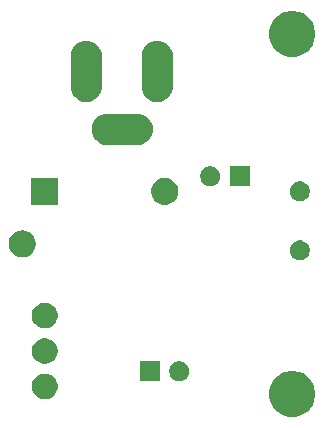
<source format=gbr>
%TF.GenerationSoftware,KiCad,Pcbnew,5.1.5+dfsg1-2build2*%
%TF.CreationDate,2020-12-20T05:39:22+01:00*%
%TF.ProjectId,PSmod1105-v2,50536d6f-6431-4313-9035-2d76322e6b69,rev?*%
%TF.SameCoordinates,PX48ab840PY77e7cd0*%
%TF.FileFunction,Soldermask,Bot*%
%TF.FilePolarity,Negative*%
%FSLAX46Y46*%
G04 Gerber Fmt 4.6, Leading zero omitted, Abs format (unit mm)*
G04 Created by KiCad (PCBNEW 5.1.5+dfsg1-2build2) date 2020-12-20 05:39:22*
%MOMM*%
%LPD*%
G04 APERTURE LIST*
%ADD10C,0.150000*%
G04 APERTURE END LIST*
D10*
G36*
X26604085Y5051025D02*
G01*
X26959143Y4903955D01*
X26959145Y4903954D01*
X27278690Y4690441D01*
X27550441Y4418690D01*
X27745492Y4126775D01*
X27763955Y4099143D01*
X27911025Y3744085D01*
X27986000Y3367158D01*
X27986000Y2982842D01*
X27911025Y2605915D01*
X27763955Y2250857D01*
X27763954Y2250855D01*
X27550441Y1931310D01*
X27278690Y1659559D01*
X26959145Y1446046D01*
X26959144Y1446045D01*
X26959143Y1446045D01*
X26604085Y1298975D01*
X26227158Y1224000D01*
X25842842Y1224000D01*
X25465915Y1298975D01*
X25110857Y1446045D01*
X25110856Y1446045D01*
X25110855Y1446046D01*
X24791310Y1659559D01*
X24519559Y1931310D01*
X24306046Y2250855D01*
X24306045Y2250857D01*
X24158975Y2605915D01*
X24084000Y2982842D01*
X24084000Y3367158D01*
X24158975Y3744085D01*
X24306045Y4099143D01*
X24324508Y4126775D01*
X24519559Y4418690D01*
X24791310Y4690441D01*
X25110855Y4903954D01*
X25110857Y4903955D01*
X25465915Y5051025D01*
X25842842Y5126000D01*
X26227158Y5126000D01*
X26604085Y5051025D01*
G37*
G36*
X5396775Y4854266D02*
G01*
X5594414Y4772401D01*
X5772285Y4653552D01*
X5923552Y4502285D01*
X6042401Y4324414D01*
X6124266Y4126775D01*
X6166000Y3916962D01*
X6166000Y3703038D01*
X6124266Y3493225D01*
X6042401Y3295586D01*
X5923552Y3117715D01*
X5772285Y2966448D01*
X5594414Y2847599D01*
X5396775Y2765734D01*
X5186963Y2724000D01*
X4973037Y2724000D01*
X4763225Y2765734D01*
X4565586Y2847599D01*
X4387715Y2966448D01*
X4236448Y3117715D01*
X4117599Y3295586D01*
X4035734Y3493225D01*
X3994000Y3703038D01*
X3994000Y3916962D01*
X4035734Y4126775D01*
X4117599Y4324414D01*
X4236448Y4502285D01*
X4387715Y4653552D01*
X4565586Y4772401D01*
X4763225Y4854266D01*
X4973037Y4896000D01*
X5186963Y4896000D01*
X5396775Y4854266D01*
G37*
G36*
X14821000Y4229000D02*
G01*
X13119000Y4229000D01*
X13119000Y5931000D01*
X14821000Y5931000D01*
X14821000Y4229000D01*
G37*
G36*
X16718228Y5898297D02*
G01*
X16873100Y5834147D01*
X17012481Y5741015D01*
X17131015Y5622481D01*
X17224147Y5483100D01*
X17288297Y5328228D01*
X17321000Y5163816D01*
X17321000Y4996184D01*
X17288297Y4831772D01*
X17224147Y4676900D01*
X17131015Y4537519D01*
X17012481Y4418985D01*
X16873100Y4325853D01*
X16718228Y4261703D01*
X16553816Y4229000D01*
X16386184Y4229000D01*
X16221772Y4261703D01*
X16066900Y4325853D01*
X15927519Y4418985D01*
X15808985Y4537519D01*
X15715853Y4676900D01*
X15651703Y4831772D01*
X15619000Y4996184D01*
X15619000Y5163816D01*
X15651703Y5328228D01*
X15715853Y5483100D01*
X15808985Y5622481D01*
X15927519Y5741015D01*
X16066900Y5834147D01*
X16221772Y5898297D01*
X16386184Y5931000D01*
X16553816Y5931000D01*
X16718228Y5898297D01*
G37*
G36*
X5291868Y7875133D02*
G01*
X5396775Y7854266D01*
X5594414Y7772401D01*
X5772285Y7653552D01*
X5923552Y7502285D01*
X6042401Y7324414D01*
X6124266Y7126775D01*
X6166000Y6916962D01*
X6166000Y6703038D01*
X6124266Y6493225D01*
X6042401Y6295586D01*
X5923552Y6117715D01*
X5772285Y5966448D01*
X5594414Y5847599D01*
X5396775Y5765734D01*
X5186963Y5724000D01*
X4973037Y5724000D01*
X4763225Y5765734D01*
X4565586Y5847599D01*
X4387715Y5966448D01*
X4236448Y6117715D01*
X4117599Y6295586D01*
X4035734Y6493225D01*
X3994000Y6703038D01*
X3994000Y6916962D01*
X4035734Y7126775D01*
X4117599Y7324414D01*
X4236448Y7502285D01*
X4387715Y7653552D01*
X4565586Y7772401D01*
X4763225Y7854266D01*
X4868132Y7875133D01*
X4973037Y7896000D01*
X5186963Y7896000D01*
X5291868Y7875133D01*
G37*
G36*
X5396775Y10854266D02*
G01*
X5594414Y10772401D01*
X5772285Y10653552D01*
X5923552Y10502285D01*
X6042401Y10324414D01*
X6124266Y10126775D01*
X6166000Y9916962D01*
X6166000Y9703038D01*
X6124266Y9493225D01*
X6042401Y9295586D01*
X5923552Y9117715D01*
X5772285Y8966448D01*
X5594414Y8847599D01*
X5396775Y8765734D01*
X5291868Y8744867D01*
X5186963Y8724000D01*
X4973037Y8724000D01*
X4868132Y8744867D01*
X4763225Y8765734D01*
X4565586Y8847599D01*
X4387715Y8966448D01*
X4236448Y9117715D01*
X4117599Y9295586D01*
X4035734Y9493225D01*
X3994000Y9703038D01*
X3994000Y9916962D01*
X4035734Y10126775D01*
X4117599Y10324414D01*
X4236448Y10502285D01*
X4387715Y10653552D01*
X4565586Y10772401D01*
X4763225Y10854266D01*
X4973037Y10896000D01*
X5186963Y10896000D01*
X5396775Y10854266D01*
G37*
G36*
X26918228Y16138297D02*
G01*
X27073100Y16074147D01*
X27212481Y15981015D01*
X27331015Y15862481D01*
X27424147Y15723100D01*
X27488297Y15568228D01*
X27521000Y15403816D01*
X27521000Y15236184D01*
X27488297Y15071772D01*
X27424147Y14916900D01*
X27331015Y14777519D01*
X27212481Y14658985D01*
X27073100Y14565853D01*
X26918228Y14501703D01*
X26753816Y14469000D01*
X26586184Y14469000D01*
X26421772Y14501703D01*
X26266900Y14565853D01*
X26127519Y14658985D01*
X26008985Y14777519D01*
X25915853Y14916900D01*
X25851703Y15071772D01*
X25819000Y15236184D01*
X25819000Y15403816D01*
X25851703Y15568228D01*
X25915853Y15723100D01*
X26008985Y15862481D01*
X26127519Y15981015D01*
X26266900Y16074147D01*
X26421772Y16138297D01*
X26586184Y16171000D01*
X26753816Y16171000D01*
X26918228Y16138297D01*
G37*
G36*
X3399549Y17003884D02*
G01*
X3510734Y16981768D01*
X3720203Y16895003D01*
X3908720Y16769040D01*
X4069040Y16608720D01*
X4195003Y16420203D01*
X4281768Y16210734D01*
X4326000Y15988364D01*
X4326000Y15761636D01*
X4281768Y15539266D01*
X4195003Y15329797D01*
X4069040Y15141280D01*
X3908720Y14980960D01*
X3720203Y14854997D01*
X3510734Y14768232D01*
X3399549Y14746116D01*
X3288365Y14724000D01*
X3061635Y14724000D01*
X2950451Y14746116D01*
X2839266Y14768232D01*
X2629797Y14854997D01*
X2441280Y14980960D01*
X2280960Y15141280D01*
X2154997Y15329797D01*
X2068232Y15539266D01*
X2024000Y15761636D01*
X2024000Y15988364D01*
X2068232Y16210734D01*
X2154997Y16420203D01*
X2280960Y16608720D01*
X2441280Y16769040D01*
X2629797Y16895003D01*
X2839266Y16981768D01*
X2950451Y17003884D01*
X3061635Y17026000D01*
X3288365Y17026000D01*
X3399549Y17003884D01*
G37*
G36*
X15464549Y21448884D02*
G01*
X15575734Y21426768D01*
X15723850Y21365416D01*
X15780933Y21341772D01*
X15785203Y21340003D01*
X15973720Y21214040D01*
X16134040Y21053720D01*
X16217385Y20928985D01*
X16260004Y20865201D01*
X16346768Y20655733D01*
X16391000Y20433365D01*
X16391000Y20206635D01*
X16346768Y19984267D01*
X16261131Y19777519D01*
X16260003Y19774797D01*
X16134040Y19586280D01*
X15973720Y19425960D01*
X15785203Y19299997D01*
X15575734Y19213232D01*
X15464549Y19191116D01*
X15353365Y19169000D01*
X15126635Y19169000D01*
X15015451Y19191116D01*
X14904266Y19213232D01*
X14694797Y19299997D01*
X14506280Y19425960D01*
X14345960Y19586280D01*
X14219997Y19774797D01*
X14218870Y19777519D01*
X14133232Y19984267D01*
X14089000Y20206635D01*
X14089000Y20433365D01*
X14133232Y20655733D01*
X14219996Y20865201D01*
X14262615Y20928985D01*
X14345960Y21053720D01*
X14506280Y21214040D01*
X14694797Y21340003D01*
X14699068Y21341772D01*
X14756150Y21365416D01*
X14904266Y21426768D01*
X15015451Y21448884D01*
X15126635Y21471000D01*
X15353365Y21471000D01*
X15464549Y21448884D01*
G37*
G36*
X6231000Y19169000D02*
G01*
X3929000Y19169000D01*
X3929000Y21471000D01*
X6231000Y21471000D01*
X6231000Y19169000D01*
G37*
G36*
X26918228Y21138297D02*
G01*
X27073100Y21074147D01*
X27212481Y20981015D01*
X27331015Y20862481D01*
X27424147Y20723100D01*
X27488297Y20568228D01*
X27521000Y20403816D01*
X27521000Y20236184D01*
X27488297Y20071772D01*
X27424147Y19916900D01*
X27331015Y19777519D01*
X27212481Y19658985D01*
X27073100Y19565853D01*
X26918228Y19501703D01*
X26753816Y19469000D01*
X26586184Y19469000D01*
X26421772Y19501703D01*
X26266900Y19565853D01*
X26127519Y19658985D01*
X26008985Y19777519D01*
X25915853Y19916900D01*
X25851703Y20071772D01*
X25819000Y20236184D01*
X25819000Y20403816D01*
X25851703Y20568228D01*
X25915853Y20723100D01*
X26008985Y20862481D01*
X26127519Y20981015D01*
X26266900Y21074147D01*
X26421772Y21138297D01*
X26586184Y21171000D01*
X26753816Y21171000D01*
X26918228Y21138297D01*
G37*
G36*
X19338228Y22408297D02*
G01*
X19493100Y22344147D01*
X19632481Y22251015D01*
X19751015Y22132481D01*
X19844147Y21993100D01*
X19908297Y21838228D01*
X19941000Y21673816D01*
X19941000Y21506184D01*
X19908297Y21341772D01*
X19844147Y21186900D01*
X19751015Y21047519D01*
X19632481Y20928985D01*
X19493100Y20835853D01*
X19338228Y20771703D01*
X19173816Y20739000D01*
X19006184Y20739000D01*
X18841772Y20771703D01*
X18686900Y20835853D01*
X18547519Y20928985D01*
X18428985Y21047519D01*
X18335853Y21186900D01*
X18271703Y21341772D01*
X18239000Y21506184D01*
X18239000Y21673816D01*
X18271703Y21838228D01*
X18335853Y21993100D01*
X18428985Y22132481D01*
X18547519Y22251015D01*
X18686900Y22344147D01*
X18841772Y22408297D01*
X19006184Y22441000D01*
X19173816Y22441000D01*
X19338228Y22408297D01*
G37*
G36*
X22441000Y20739000D02*
G01*
X20739000Y20739000D01*
X20739000Y22441000D01*
X22441000Y22441000D01*
X22441000Y20739000D01*
G37*
G36*
X13054580Y26894629D02*
G01*
X13183961Y26881886D01*
X13432971Y26806349D01*
X13432973Y26806348D01*
X13662458Y26683686D01*
X13863608Y26518608D01*
X14028685Y26317459D01*
X14151349Y26087971D01*
X14226886Y25838961D01*
X14252391Y25580000D01*
X14226886Y25321039D01*
X14151349Y25072029D01*
X14151348Y25072027D01*
X14028686Y24842542D01*
X13863608Y24641392D01*
X13662458Y24476314D01*
X13432973Y24353652D01*
X13432971Y24353651D01*
X13183961Y24278114D01*
X13054580Y24265371D01*
X12989891Y24259000D01*
X10320109Y24259000D01*
X10255420Y24265371D01*
X10126039Y24278114D01*
X9877029Y24353651D01*
X9877027Y24353652D01*
X9647542Y24476314D01*
X9446392Y24641392D01*
X9281314Y24842542D01*
X9158652Y25072027D01*
X9158651Y25072029D01*
X9083114Y25321039D01*
X9057609Y25580000D01*
X9083114Y25838961D01*
X9158651Y26087971D01*
X9281315Y26317459D01*
X9446392Y26518608D01*
X9647542Y26683686D01*
X9877027Y26806348D01*
X9877029Y26806349D01*
X10126039Y26881886D01*
X10255420Y26894629D01*
X10320109Y26901000D01*
X12989891Y26901000D01*
X13054580Y26894629D01*
G37*
G36*
X14863961Y33051886D02*
G01*
X15112971Y32976349D01*
X15112973Y32976348D01*
X15342458Y32853686D01*
X15543608Y32688608D01*
X15708685Y32487459D01*
X15831349Y32257971D01*
X15906886Y32008961D01*
X15926000Y31814890D01*
X15926000Y29145110D01*
X15906886Y28951039D01*
X15831349Y28702030D01*
X15831348Y28702027D01*
X15708686Y28472541D01*
X15543607Y28271393D01*
X15342457Y28106314D01*
X15112972Y27983652D01*
X15112970Y27983651D01*
X14863960Y27908114D01*
X14605000Y27882609D01*
X14346039Y27908114D01*
X14097029Y27983651D01*
X14097027Y27983652D01*
X13867541Y28106314D01*
X13666393Y28271393D01*
X13501314Y28472543D01*
X13378652Y28702028D01*
X13378651Y28702030D01*
X13303114Y28951040D01*
X13284000Y29145111D01*
X13284001Y31814890D01*
X13303115Y32008961D01*
X13378652Y32257971D01*
X13501316Y32487459D01*
X13666393Y32688608D01*
X13867543Y32853686D01*
X14097028Y32976348D01*
X14097030Y32976349D01*
X14346040Y33051886D01*
X14605000Y33077391D01*
X14863961Y33051886D01*
G37*
G36*
X8863961Y33051886D02*
G01*
X9112971Y32976349D01*
X9112973Y32976348D01*
X9342458Y32853686D01*
X9543608Y32688608D01*
X9708685Y32487459D01*
X9831349Y32257971D01*
X9906886Y32008961D01*
X9926000Y31814890D01*
X9926000Y29145110D01*
X9906886Y28951039D01*
X9831349Y28702030D01*
X9831348Y28702027D01*
X9708686Y28472541D01*
X9543607Y28271393D01*
X9342457Y28106314D01*
X9112972Y27983652D01*
X9112970Y27983651D01*
X8863960Y27908114D01*
X8605000Y27882609D01*
X8346039Y27908114D01*
X8097029Y27983651D01*
X8097027Y27983652D01*
X7867541Y28106314D01*
X7666393Y28271393D01*
X7501314Y28472543D01*
X7378652Y28702028D01*
X7378651Y28702030D01*
X7303114Y28951040D01*
X7284000Y29145111D01*
X7284001Y31814890D01*
X7303115Y32008961D01*
X7378652Y32257971D01*
X7501316Y32487459D01*
X7666393Y32688608D01*
X7867543Y32853686D01*
X8097028Y32976348D01*
X8097030Y32976349D01*
X8346040Y33051886D01*
X8605000Y33077391D01*
X8863961Y33051886D01*
G37*
G36*
X26604085Y35531025D02*
G01*
X26959143Y35383955D01*
X26959145Y35383954D01*
X27278690Y35170441D01*
X27550441Y34898690D01*
X27763954Y34579145D01*
X27763955Y34579143D01*
X27911025Y34224085D01*
X27986000Y33847158D01*
X27986000Y33462842D01*
X27911025Y33085915D01*
X27814832Y32853686D01*
X27763954Y32730855D01*
X27550441Y32411310D01*
X27278690Y32139559D01*
X26959145Y31926046D01*
X26959144Y31926045D01*
X26959143Y31926045D01*
X26604085Y31778975D01*
X26227158Y31704000D01*
X25842842Y31704000D01*
X25465915Y31778975D01*
X25110857Y31926045D01*
X25110856Y31926045D01*
X25110855Y31926046D01*
X24791310Y32139559D01*
X24519559Y32411310D01*
X24306046Y32730855D01*
X24255168Y32853686D01*
X24158975Y33085915D01*
X24084000Y33462842D01*
X24084000Y33847158D01*
X24158975Y34224085D01*
X24306045Y34579143D01*
X24306046Y34579145D01*
X24519559Y34898690D01*
X24791310Y35170441D01*
X25110855Y35383954D01*
X25110857Y35383955D01*
X25465915Y35531025D01*
X25842842Y35606000D01*
X26227158Y35606000D01*
X26604085Y35531025D01*
G37*
M02*

</source>
